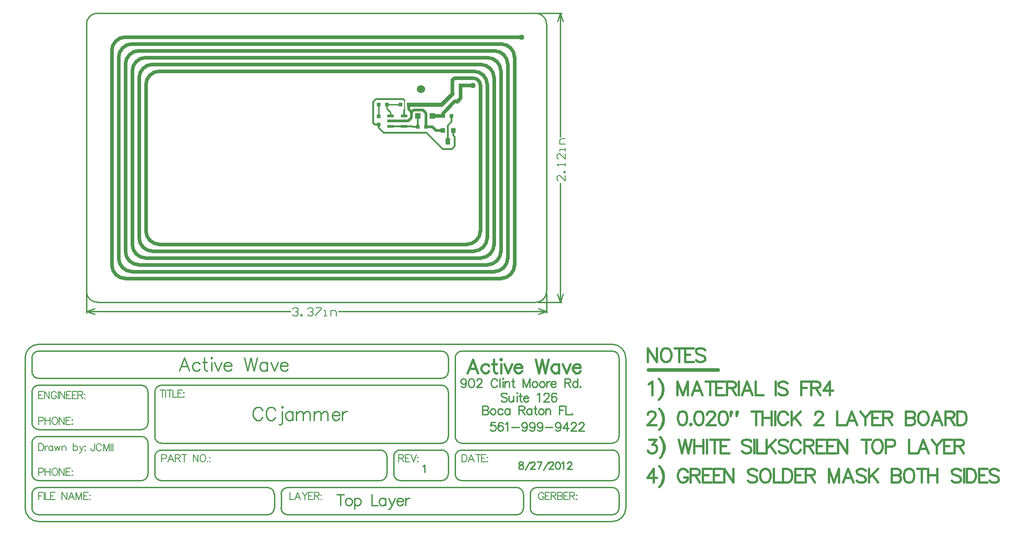
<source format=gtl>
%FSLAX25Y25*%
%MOIN*%
G70*
G01*
G75*
G04 Layer_Physical_Order=1*
G04 Layer_Color=255*
%ADD10C,0.02500*%
%ADD11C,0.06000*%
%ADD12R,0.03000X0.03000*%
%ADD13R,0.05000X0.02000*%
%ADD14R,0.03000X0.03000*%
%ADD15R,0.03600X0.05000*%
%ADD16R,0.03600X0.03600*%
%ADD17R,0.03937X0.03937*%
%ADD18C,0.02000*%
%ADD19C,0.01200*%
%ADD20C,0.01000*%
%ADD21C,0.00800*%
%ADD22C,0.03000*%
%ADD23C,0.00600*%
%ADD24C,0.00900*%
%ADD25C,0.01500*%
%ADD26C,0.00500*%
%ADD27C,0.04000*%
D10*
X28500Y194500D02*
G03*
X18500Y184500I0J-10000D01*
G01*
Y27500D02*
G03*
X28500Y17500I10000J0D01*
G01*
X303500D02*
G03*
X313500Y27500I0J10000D01*
G01*
Y179500D02*
G03*
X303500Y189500I-10000J0D01*
G01*
X33500D02*
G03*
X23500Y179500I0J-10000D01*
G01*
Y32500D02*
G03*
X33500Y22500I10000J0D01*
G01*
X298500D02*
G03*
X308500Y32500I0J10000D01*
G01*
Y174500D02*
G03*
X298500Y184500I-10000J0D01*
G01*
X38500D02*
G03*
X28500Y174500I0J-10000D01*
G01*
Y37500D02*
G03*
X38500Y27500I10000J0D01*
G01*
X293500D02*
G03*
X303500Y37500I0J10000D01*
G01*
Y169500D02*
G03*
X293500Y179500I-10000J0D01*
G01*
X43500D02*
G03*
X33500Y169500I0J-10000D01*
G01*
Y42500D02*
G03*
X43500Y32500I10000J0D01*
G01*
X288500D02*
G03*
X298500Y42500I0J10000D01*
G01*
Y164500D02*
G03*
X288500Y174500I-10000J0D01*
G01*
X48500D02*
G03*
X38500Y164500I0J-10000D01*
G01*
Y47500D02*
G03*
X48500Y37500I10000J0D01*
G01*
X283500D02*
G03*
X293500Y47500I0J10000D01*
G01*
Y159500D02*
G03*
X283500Y169500I-10000J0D01*
G01*
X288500Y159000D02*
G03*
X283000Y164500I-5500J0D01*
G01*
X278500Y42500D02*
G03*
X288500Y52500I0J10000D01*
G01*
X43500D02*
G03*
X53500Y42500I10000J0D01*
G01*
Y169500D02*
G03*
X43500Y159500I0J-10000D01*
G01*
X253315Y136700D02*
X253415Y136800D01*
X261200D01*
X28500Y194500D02*
X318500D01*
X18500Y27500D02*
Y184500D01*
X28500Y17500D02*
X303500D01*
X313500Y27500D02*
Y179500D01*
X33500Y189500D02*
X303500D01*
X23500Y32500D02*
Y179500D01*
X33500Y22500D02*
X298500D01*
X308500Y32500D02*
Y174500D01*
X38500Y184500D02*
X298500D01*
X28500Y37500D02*
Y174500D01*
X38500Y27500D02*
X293500D01*
X303500Y37500D02*
Y169500D01*
X43500Y179500D02*
X293500D01*
X33500Y42500D02*
Y169500D01*
X43500Y32500D02*
X288500D01*
X298500Y42500D02*
Y164500D01*
X48500Y174500D02*
X288500D01*
X38500Y47500D02*
Y164500D01*
X48500Y37500D02*
X283500D01*
X293500Y47500D02*
Y159500D01*
X266000Y169500D02*
X283500D01*
X72500D02*
X266000D01*
X288500Y52500D02*
Y159000D01*
X269500Y164500D02*
X283000D01*
X53500Y42500D02*
X278500D01*
X43500Y52500D02*
Y159500D01*
X53500Y169500D02*
X72500D01*
X271577Y147177D02*
X274000Y149600D01*
X261200Y136800D02*
Y138700D01*
X269734Y147234D02*
X271519D01*
X261200Y138700D02*
X269734Y147234D01*
X274000Y149600D02*
Y153000D01*
Y159000D01*
X268000Y153000D02*
Y159000D01*
Y163000D01*
X269500Y164500D01*
X274000Y159000D02*
X283000D01*
X411800Y-49700D02*
X462800D01*
D11*
X245000Y156500D02*
D03*
D12*
X214100Y130200D02*
D03*
Y136200D02*
D03*
D13*
X222600Y129150D02*
D03*
Y132950D02*
D03*
X232600Y129150D02*
D03*
X222600Y136650D02*
D03*
X232600D02*
D03*
D14*
X274000Y153000D02*
D03*
X268000D02*
D03*
X274000Y159000D02*
D03*
X268000D02*
D03*
X242600Y128600D02*
D03*
X248600D02*
D03*
X229900Y145000D02*
D03*
X235900D02*
D03*
X261200Y136800D02*
D03*
X267200D02*
D03*
X214100Y144900D02*
D03*
X220100D02*
D03*
D15*
X264750Y117900D02*
D03*
D16*
X261050Y125900D02*
D03*
X268550D02*
D03*
D17*
X242685Y136700D02*
D03*
X253315D02*
D03*
D18*
X260950Y126000D02*
X261050Y125900D01*
X256000Y126000D02*
X260950D01*
X253400Y128600D02*
X256000Y126000D01*
X248600Y128600D02*
X253400D01*
X248600D02*
Y138600D01*
X239500Y141000D02*
X246200D01*
X238000Y139500D02*
X239500Y141000D01*
X246200D02*
X248600Y138600D01*
X235900Y141600D02*
Y145000D01*
Y141600D02*
X238000Y139500D01*
X248500Y128700D02*
X248600Y128600D01*
X222600Y132950D02*
X235450D01*
X261050Y136650D02*
X261200Y136800D01*
X238000Y135500D02*
Y139500D01*
X235500Y133000D02*
X238000Y135500D01*
D19*
X249000Y124500D02*
X261000Y112500D01*
X217500Y124500D02*
X249000D01*
X232600Y136650D02*
Y141100D01*
X210000Y131500D02*
X211300Y130200D01*
X232000Y149000D02*
X233000Y148000D01*
X212000Y149000D02*
X232000D01*
X210000Y147000D02*
X212000Y149000D01*
X210000Y131500D02*
Y147000D01*
X211300Y130200D02*
X214100D01*
X261000Y112500D02*
X267500D01*
X214100Y127900D02*
X217500Y124500D01*
X214100Y127900D02*
Y130200D01*
X232600Y141100D02*
X233000Y141500D01*
X232600Y129150D02*
X232750Y129000D01*
X238500D01*
X238900Y128600D01*
X242600D01*
X242685Y128685D01*
Y136700D01*
X264750Y129750D02*
X267200Y132200D01*
X264750Y117900D02*
Y129750D01*
X222600Y129150D02*
X232600D01*
X267500Y112500D02*
X269500Y114500D01*
Y121500D01*
X268500Y122500D02*
X269500Y121500D01*
X268500Y122500D02*
Y125850D01*
X267200Y132200D02*
Y136800D01*
X242500Y136515D02*
X242685Y136700D01*
D20*
X220100Y141900D02*
X222600Y139400D01*
Y136650D02*
Y139400D01*
X220100Y141900D02*
Y144900D01*
X214100Y136200D02*
Y144900D01*
X220100D02*
X220200Y145000D01*
X229900D01*
X235450Y132950D02*
X235500Y133000D01*
X185966Y-140902D02*
Y-148900D01*
X183300Y-140902D02*
X188632D01*
X191489Y-143568D02*
X190727Y-143949D01*
X189965Y-144710D01*
X189584Y-145853D01*
Y-146615D01*
X189965Y-147757D01*
X190727Y-148519D01*
X191489Y-148900D01*
X192631D01*
X193393Y-148519D01*
X194155Y-147757D01*
X194536Y-146615D01*
Y-145853D01*
X194155Y-144710D01*
X193393Y-143949D01*
X192631Y-143568D01*
X191489D01*
X196288D02*
Y-151566D01*
Y-144710D02*
X197049Y-143949D01*
X197811Y-143568D01*
X198954D01*
X199715Y-143949D01*
X200477Y-144710D01*
X200858Y-145853D01*
Y-146615D01*
X200477Y-147757D01*
X199715Y-148519D01*
X198954Y-148900D01*
X197811D01*
X197049Y-148519D01*
X196288Y-147757D01*
X208856Y-140902D02*
Y-148900D01*
X213427D01*
X218873Y-143568D02*
Y-148900D01*
Y-144710D02*
X218112Y-143949D01*
X217350Y-143568D01*
X216207D01*
X215445Y-143949D01*
X214684Y-144710D01*
X214303Y-145853D01*
Y-146615D01*
X214684Y-147757D01*
X215445Y-148519D01*
X216207Y-148900D01*
X217350D01*
X218112Y-148519D01*
X218873Y-147757D01*
X221387Y-143568D02*
X223672Y-148900D01*
X225957Y-143568D02*
X223672Y-148900D01*
X222911Y-150424D01*
X222149Y-151185D01*
X221387Y-151566D01*
X221006D01*
X227291Y-145853D02*
X231861D01*
Y-145091D01*
X231480Y-144330D01*
X231099Y-143949D01*
X230338Y-143568D01*
X229195D01*
X228433Y-143949D01*
X227672Y-144710D01*
X227291Y-145853D01*
Y-146615D01*
X227672Y-147757D01*
X228433Y-148519D01*
X229195Y-148900D01*
X230338D01*
X231099Y-148519D01*
X231861Y-147757D01*
X233575Y-143568D02*
Y-148900D01*
Y-145853D02*
X233956Y-144710D01*
X234718Y-143949D01*
X235479Y-143568D01*
X236622D01*
X330484Y212016D02*
X348000D01*
X330484Y-16D02*
X348000D01*
X347000Y121495D02*
Y212016D01*
Y-16D02*
Y87305D01*
X345000Y206016D02*
X347000Y212016D01*
X349000Y206016D01*
X347000Y-16D02*
X349000Y5984D01*
X345000D02*
X347000Y-16D01*
X337000Y-7500D02*
Y6500D01*
X0Y-7500D02*
Y6500D01*
X184495Y-6500D02*
X337000D01*
X0D02*
X149305D01*
X331000Y-4500D02*
X337000Y-6500D01*
X331000Y-8500D02*
X337000Y-6500D01*
X0D02*
X6000Y-8500D01*
X0Y-6500D02*
X6000Y-4500D01*
X0Y8000D02*
G03*
X8016Y-16I8016J0D01*
G01*
X8000Y212000D02*
G03*
X-16Y203984I0J-8016D01*
G01*
X337000Y204000D02*
G03*
X328984Y212016I-8016J0D01*
G01*
Y-16D02*
G03*
X337000Y8000I0J8016D01*
G01*
X8016Y0D02*
X328984Y-16D01*
X0Y8000D02*
Y203984D01*
X337000Y8000D02*
Y204000D01*
X8000Y212000D02*
X328984Y212016D01*
X137502Y-140794D02*
G03*
X132501Y-135794I-5000J0D01*
G01*
X132618Y-155794D02*
G03*
X137499Y-150827I84J4800D01*
G01*
X147502Y-135794D02*
G03*
X142501Y-140794I0J-5000D01*
G01*
Y-150794D02*
G03*
X147414Y-155793I5000J0D01*
G01*
X320002Y-140794D02*
G03*
X315002Y-135794I-5000J0D01*
G01*
X315118Y-155794D02*
G03*
X320000Y-150827I84J4800D01*
G01*
X325002Y-150894D02*
G03*
X329987Y-155793I4900J0D01*
G01*
X330001Y-135794D02*
G03*
X325002Y-140794I0J-5000D01*
G01*
X45002Y-65694D02*
G03*
X40102Y-60794I-4900J0D01*
G01*
X40202Y-93294D02*
G03*
X45002Y-88494I0J4800D01*
G01*
Y-103194D02*
G03*
X39930Y-98297I-4900J0D01*
G01*
X50002Y-98394D02*
G03*
X54901Y-103294I4900J0D01*
G01*
X50002Y-125894D02*
G03*
X54901Y-130794I4900J0D01*
G01*
X40102D02*
G03*
X45002Y-125894I0J4900D01*
G01*
X220002Y-113194D02*
G03*
X215102Y-108294I-4900J0D01*
G01*
Y-130794D02*
G03*
X220001Y-125809I0J4900D01*
G01*
X225002Y-125694D02*
G03*
X230012Y-130793I5100J0D01*
G01*
X229802Y-108294D02*
G03*
X225008Y-113345I0J-4800D01*
G01*
X55001Y-108294D02*
G03*
X50002Y-113294I0J-5000D01*
G01*
X55001Y-60794D02*
G03*
X50001Y-65794I0J-5000D01*
G01*
X-39998Y-125794D02*
G03*
X-35086Y-130793I5000J0D01*
G01*
X-34999Y-98294D02*
G03*
X-39998Y-103294I0J-5000D01*
G01*
Y-88294D02*
G03*
X-34999Y-93294I5000J0D01*
G01*
Y-60794D02*
G03*
X-39998Y-65794I0J-5000D01*
G01*
Y-50794D02*
G03*
X-34999Y-55794I5000J0D01*
G01*
Y-35794D02*
G03*
X-39998Y-40794I0J-5000D01*
G01*
X265002D02*
G03*
X260001Y-35794I-5000J0D01*
G01*
X275002D02*
G03*
X270002Y-40794I0J-5000D01*
G01*
X260001Y-55794D02*
G03*
X265002Y-50794I0J5000D01*
G01*
Y-65794D02*
G03*
X260001Y-60794I-5000J0D01*
G01*
X-34999Y-135794D02*
G03*
X-39998Y-140794I0J-5000D01*
G01*
X260089Y-103294D02*
G03*
X265002Y-98294I-87J5000D01*
G01*
X-39998Y-150794D02*
G03*
X-35086Y-155793I5000J0D01*
G01*
X265002Y-113194D02*
G03*
X260102Y-108294I-4900J0D01*
G01*
X270002Y-125894D02*
G03*
X274987Y-130793I4900J0D01*
G01*
X260001Y-130794D02*
G03*
X265002Y-125794I0J5000D01*
G01*
X385001Y-155794D02*
G03*
X390002Y-150794I0J5000D01*
G01*
X390002Y-140707D02*
G03*
X385001Y-135793I-5000J-87D01*
G01*
Y-130794D02*
G03*
X390002Y-125794I0J5000D01*
G01*
Y-40694D02*
G03*
X384930Y-35797I-4900J0D01*
G01*
X395002Y-40794D02*
G03*
X385001Y-30794I-10000J0D01*
G01*
Y-160794D02*
G03*
X395002Y-150794I0J10000D01*
G01*
X-44998Y-150694D02*
G03*
X-35075Y-160793I10100J0D01*
G01*
X-34999Y-30794D02*
G03*
X-44998Y-40794I0J-10000D01*
G01*
X270002Y-98294D02*
G03*
X275002Y-103294I5000J0D01*
G01*
X385001D02*
G03*
X390002Y-98294I0J5000D01*
G01*
X275002Y-108294D02*
G03*
X270002Y-113294I0J-5000D01*
G01*
X390002Y-113194D02*
G03*
X385102Y-108294I-4900J0D01*
G01*
X147502Y-155794D02*
X315002D01*
X-34999D02*
X132501D01*
X-34999Y-135794D02*
X132501D01*
X147502D02*
X315002D01*
X330001Y-155794D02*
X385001D01*
X330001Y-135794D02*
X385001D01*
X-34999Y-35794D02*
X260001D01*
X-34999Y-160794D02*
X385001D01*
X-34999Y-30794D02*
X385001D01*
X-34999Y-130794D02*
X40001D01*
X-34999Y-98294D02*
X40001D01*
X-34999Y-93294D02*
X40001D01*
X-34999Y-60794D02*
X40001D01*
X-34999Y-55794D02*
X260001D01*
X55001Y-60794D02*
X260001D01*
X55001Y-108294D02*
X215002D01*
X55001Y-130794D02*
X215002D01*
X230001D02*
X260001D01*
X230001Y-108294D02*
X260001D01*
X275002Y-130794D02*
X385001D01*
X275002Y-35794D02*
X385001D01*
X55001Y-103294D02*
X260001D01*
X275002D02*
X385001D01*
X275002Y-108294D02*
X385001D01*
X137502Y-150794D02*
Y-140794D01*
X142501Y-150794D02*
Y-140794D01*
X320002Y-150794D02*
Y-140794D01*
X325002Y-150794D02*
Y-140794D01*
X395002Y-150794D02*
Y-40794D01*
X-39998Y-125794D02*
Y-103294D01*
X45002Y-125794D02*
Y-103294D01*
X-39998Y-88294D02*
Y-65794D01*
X45002Y-88294D02*
Y-65794D01*
X-39998Y-50794D02*
Y-40794D01*
X265002Y-50794D02*
Y-40794D01*
Y-98294D02*
Y-65794D01*
X50002Y-98294D02*
Y-65794D01*
X220002Y-125794D02*
Y-113294D01*
X50002Y-125794D02*
Y-113294D01*
X225002Y-125794D02*
Y-113294D01*
X265002Y-125794D02*
Y-113294D01*
X390002Y-150794D02*
Y-140794D01*
X-39998Y-150794D02*
Y-140794D01*
X-44998Y-150794D02*
Y-40794D01*
X270002Y-98294D02*
Y-40794D01*
X390002Y-98294D02*
Y-40794D01*
X270002Y-125794D02*
Y-113294D01*
X390002Y-125794D02*
Y-113194D01*
X307875Y-67392D02*
X307266Y-66782D01*
X306352Y-66478D01*
X305133D01*
X304219Y-66782D01*
X303609Y-67392D01*
Y-68001D01*
X303914Y-68611D01*
X304219Y-68915D01*
X304828Y-69220D01*
X306656Y-69829D01*
X307266Y-70134D01*
X307571Y-70439D01*
X307875Y-71048D01*
Y-71962D01*
X307266Y-72572D01*
X306352Y-72876D01*
X305133D01*
X304219Y-72572D01*
X303609Y-71962D01*
X309307Y-68611D02*
Y-71658D01*
X309612Y-72572D01*
X310221Y-72876D01*
X311136D01*
X311745Y-72572D01*
X312659Y-71658D01*
Y-68611D02*
Y-72876D01*
X314944Y-66478D02*
X315249Y-66782D01*
X315554Y-66478D01*
X315249Y-66173D01*
X314944Y-66478D01*
X315249Y-68611D02*
Y-72876D01*
X317595Y-66478D02*
Y-71658D01*
X317900Y-72572D01*
X318509Y-72876D01*
X319118D01*
X316681Y-68611D02*
X318814D01*
X320033Y-70439D02*
X323689D01*
Y-69829D01*
X323384Y-69220D01*
X323080Y-68915D01*
X322470Y-68611D01*
X321556D01*
X320947Y-68915D01*
X320337Y-69525D01*
X320033Y-70439D01*
Y-71048D01*
X320337Y-71962D01*
X320947Y-72572D01*
X321556Y-72876D01*
X322470D01*
X323080Y-72572D01*
X323689Y-71962D01*
X330088Y-67696D02*
X330697Y-67392D01*
X331611Y-66478D01*
Y-72876D01*
X335085Y-68001D02*
Y-67696D01*
X335389Y-67087D01*
X335694Y-66782D01*
X336303Y-66478D01*
X337522D01*
X338132Y-66782D01*
X338436Y-67087D01*
X338741Y-67696D01*
Y-68306D01*
X338436Y-68915D01*
X337827Y-69829D01*
X334780Y-72876D01*
X339046D01*
X344134Y-67392D02*
X343829Y-66782D01*
X342915Y-66478D01*
X342306D01*
X341392Y-66782D01*
X340782Y-67696D01*
X340478Y-69220D01*
Y-70744D01*
X340782Y-71962D01*
X341392Y-72572D01*
X342306Y-72876D01*
X342611D01*
X343525Y-72572D01*
X344134Y-71962D01*
X344439Y-71048D01*
Y-70744D01*
X344134Y-69829D01*
X343525Y-69220D01*
X342611Y-68915D01*
X342306D01*
X341392Y-69220D01*
X340782Y-69829D01*
X340478Y-70744D01*
X299266Y-87978D02*
X296219D01*
X295914Y-90720D01*
X296219Y-90415D01*
X297133Y-90111D01*
X298047D01*
X298961Y-90415D01*
X299570Y-91025D01*
X299875Y-91939D01*
Y-92548D01*
X299570Y-93462D01*
X298961Y-94072D01*
X298047Y-94376D01*
X297133D01*
X296219Y-94072D01*
X295914Y-93767D01*
X295609Y-93158D01*
X304964Y-88892D02*
X304659Y-88282D01*
X303745Y-87978D01*
X303135D01*
X302221Y-88282D01*
X301612Y-89196D01*
X301307Y-90720D01*
Y-92243D01*
X301612Y-93462D01*
X302221Y-94072D01*
X303135Y-94376D01*
X303440D01*
X304354Y-94072D01*
X304964Y-93462D01*
X305268Y-92548D01*
Y-92243D01*
X304964Y-91329D01*
X304354Y-90720D01*
X303440Y-90415D01*
X303135D01*
X302221Y-90720D01*
X301612Y-91329D01*
X301307Y-92243D01*
X306670Y-89196D02*
X307279Y-88892D01*
X308193Y-87978D01*
Y-94376D01*
X311362Y-91634D02*
X316847D01*
X322697Y-90111D02*
X322392Y-91025D01*
X321783Y-91634D01*
X320869Y-91939D01*
X320564D01*
X319650Y-91634D01*
X319041Y-91025D01*
X318736Y-90111D01*
Y-89806D01*
X319041Y-88892D01*
X319650Y-88282D01*
X320564Y-87978D01*
X320869D01*
X321783Y-88282D01*
X322392Y-88892D01*
X322697Y-90111D01*
Y-91634D01*
X322392Y-93158D01*
X321783Y-94072D01*
X320869Y-94376D01*
X320259D01*
X319345Y-94072D01*
X319041Y-93462D01*
X328395Y-90111D02*
X328090Y-91025D01*
X327481Y-91634D01*
X326567Y-91939D01*
X326262D01*
X325348Y-91634D01*
X324739Y-91025D01*
X324434Y-90111D01*
Y-89806D01*
X324739Y-88892D01*
X325348Y-88282D01*
X326262Y-87978D01*
X326567D01*
X327481Y-88282D01*
X328090Y-88892D01*
X328395Y-90111D01*
Y-91634D01*
X328090Y-93158D01*
X327481Y-94072D01*
X326567Y-94376D01*
X325957D01*
X325043Y-94072D01*
X324739Y-93462D01*
X334093Y-90111D02*
X333788Y-91025D01*
X333179Y-91634D01*
X332264Y-91939D01*
X331960D01*
X331046Y-91634D01*
X330436Y-91025D01*
X330132Y-90111D01*
Y-89806D01*
X330436Y-88892D01*
X331046Y-88282D01*
X331960Y-87978D01*
X332264D01*
X333179Y-88282D01*
X333788Y-88892D01*
X334093Y-90111D01*
Y-91634D01*
X333788Y-93158D01*
X333179Y-94072D01*
X332264Y-94376D01*
X331655D01*
X330741Y-94072D01*
X330436Y-93462D01*
X335829Y-91634D02*
X341314D01*
X347164Y-90111D02*
X346860Y-91025D01*
X346250Y-91634D01*
X345336Y-91939D01*
X345031D01*
X344117Y-91634D01*
X343508Y-91025D01*
X343203Y-90111D01*
Y-89806D01*
X343508Y-88892D01*
X344117Y-88282D01*
X345031Y-87978D01*
X345336D01*
X346250Y-88282D01*
X346860Y-88892D01*
X347164Y-90111D01*
Y-91634D01*
X346860Y-93158D01*
X346250Y-94072D01*
X345336Y-94376D01*
X344727D01*
X343812Y-94072D01*
X343508Y-93462D01*
X351948Y-87978D02*
X348901Y-92243D01*
X353471D01*
X351948Y-87978D02*
Y-94376D01*
X354904Y-89501D02*
Y-89196D01*
X355208Y-88587D01*
X355513Y-88282D01*
X356122Y-87978D01*
X357341D01*
X357950Y-88282D01*
X358255Y-88587D01*
X358560Y-89196D01*
Y-89806D01*
X358255Y-90415D01*
X357646Y-91329D01*
X354599Y-94376D01*
X358864D01*
X360601Y-89501D02*
Y-89196D01*
X360906Y-88587D01*
X361211Y-88282D01*
X361820Y-87978D01*
X363039D01*
X363648Y-88282D01*
X363953Y-88587D01*
X364258Y-89196D01*
Y-89806D01*
X363953Y-90415D01*
X363344Y-91329D01*
X360297Y-94376D01*
X364562D01*
X278070Y-58111D02*
X277766Y-59025D01*
X277156Y-59634D01*
X276242Y-59939D01*
X275938D01*
X275024Y-59634D01*
X274414Y-59025D01*
X274110Y-58111D01*
Y-57806D01*
X274414Y-56892D01*
X275024Y-56282D01*
X275938Y-55978D01*
X276242D01*
X277156Y-56282D01*
X277766Y-56892D01*
X278070Y-58111D01*
Y-59634D01*
X277766Y-61158D01*
X277156Y-62072D01*
X276242Y-62376D01*
X275633D01*
X274719Y-62072D01*
X274414Y-61462D01*
X281635Y-55978D02*
X280721Y-56282D01*
X280112Y-57196D01*
X279807Y-58720D01*
Y-59634D01*
X280112Y-61158D01*
X280721Y-62072D01*
X281635Y-62376D01*
X282245D01*
X283159Y-62072D01*
X283768Y-61158D01*
X284073Y-59634D01*
Y-58720D01*
X283768Y-57196D01*
X283159Y-56282D01*
X282245Y-55978D01*
X281635D01*
X285810Y-57501D02*
Y-57196D01*
X286115Y-56587D01*
X286419Y-56282D01*
X287029Y-55978D01*
X288247D01*
X288857Y-56282D01*
X289161Y-56587D01*
X289466Y-57196D01*
Y-57806D01*
X289161Y-58415D01*
X288552Y-59329D01*
X285505Y-62376D01*
X289771D01*
X300801Y-57501D02*
X300496Y-56892D01*
X299887Y-56282D01*
X299277Y-55978D01*
X298059D01*
X297449Y-56282D01*
X296840Y-56892D01*
X296535Y-57501D01*
X296231Y-58415D01*
Y-59939D01*
X296535Y-60853D01*
X296840Y-61462D01*
X297449Y-62072D01*
X298059Y-62376D01*
X299277D01*
X299887Y-62072D01*
X300496Y-61462D01*
X300801Y-60853D01*
X302599Y-55978D02*
Y-62376D01*
X304549Y-55978D02*
X304853Y-56282D01*
X305158Y-55978D01*
X304853Y-55673D01*
X304549Y-55978D01*
X304853Y-58111D02*
Y-62376D01*
X306285Y-58111D02*
Y-62376D01*
Y-59329D02*
X307200Y-58415D01*
X307809Y-58111D01*
X308723D01*
X309332Y-58415D01*
X309637Y-59329D01*
Y-62376D01*
X312227Y-55978D02*
Y-61158D01*
X312532Y-62072D01*
X313141Y-62376D01*
X313751D01*
X311313Y-58111D02*
X313446D01*
X319692Y-55978D02*
Y-62376D01*
Y-55978D02*
X322130Y-62376D01*
X324567Y-55978D02*
X322130Y-62376D01*
X324567Y-55978D02*
Y-62376D01*
X327919Y-58111D02*
X327309Y-58415D01*
X326700Y-59025D01*
X326395Y-59939D01*
Y-60548D01*
X326700Y-61462D01*
X327309Y-62072D01*
X327919Y-62376D01*
X328833D01*
X329442Y-62072D01*
X330052Y-61462D01*
X330357Y-60548D01*
Y-59939D01*
X330052Y-59025D01*
X329442Y-58415D01*
X328833Y-58111D01*
X327919D01*
X333282D02*
X332672Y-58415D01*
X332063Y-59025D01*
X331758Y-59939D01*
Y-60548D01*
X332063Y-61462D01*
X332672Y-62072D01*
X333282Y-62376D01*
X334196D01*
X334805Y-62072D01*
X335414Y-61462D01*
X335719Y-60548D01*
Y-59939D01*
X335414Y-59025D01*
X334805Y-58415D01*
X334196Y-58111D01*
X333282D01*
X337121D02*
Y-62376D01*
Y-59939D02*
X337425Y-59025D01*
X338035Y-58415D01*
X338644Y-58111D01*
X339558D01*
X340137Y-59939D02*
X343794D01*
Y-59329D01*
X343489Y-58720D01*
X343184Y-58415D01*
X342575Y-58111D01*
X341661D01*
X341051Y-58415D01*
X340442Y-59025D01*
X340137Y-59939D01*
Y-60548D01*
X340442Y-61462D01*
X341051Y-62072D01*
X341661Y-62376D01*
X342575D01*
X343184Y-62072D01*
X343794Y-61462D01*
X350192Y-55978D02*
Y-62376D01*
Y-55978D02*
X352935D01*
X353849Y-56282D01*
X354153Y-56587D01*
X354458Y-57196D01*
Y-57806D01*
X354153Y-58415D01*
X353849Y-58720D01*
X352935Y-59025D01*
X350192D01*
X352325D02*
X354458Y-62376D01*
X359546Y-55978D02*
Y-62376D01*
Y-59025D02*
X358937Y-58415D01*
X358328Y-58111D01*
X357414D01*
X356804Y-58415D01*
X356195Y-59025D01*
X355890Y-59939D01*
Y-60548D01*
X356195Y-61462D01*
X356804Y-62072D01*
X357414Y-62376D01*
X358328D01*
X358937Y-62072D01*
X359546Y-61462D01*
X361557Y-61767D02*
X361253Y-62072D01*
X361557Y-62376D01*
X361862Y-62072D01*
X361557Y-61767D01*
X290109Y-75978D02*
Y-82376D01*
Y-75978D02*
X292852D01*
X293766Y-76282D01*
X294071Y-76587D01*
X294375Y-77197D01*
Y-77806D01*
X294071Y-78415D01*
X293766Y-78720D01*
X292852Y-79025D01*
X290109D02*
X292852D01*
X293766Y-79329D01*
X294071Y-79634D01*
X294375Y-80243D01*
Y-81158D01*
X294071Y-81767D01*
X293766Y-82072D01*
X292852Y-82376D01*
X290109D01*
X297331Y-78111D02*
X296721Y-78415D01*
X296112Y-79025D01*
X295807Y-79939D01*
Y-80548D01*
X296112Y-81462D01*
X296721Y-82072D01*
X297331Y-82376D01*
X298245D01*
X298854Y-82072D01*
X299464Y-81462D01*
X299768Y-80548D01*
Y-79939D01*
X299464Y-79025D01*
X298854Y-78415D01*
X298245Y-78111D01*
X297331D01*
X304826Y-79025D02*
X304217Y-78415D01*
X303608Y-78111D01*
X302693D01*
X302084Y-78415D01*
X301475Y-79025D01*
X301170Y-79939D01*
Y-80548D01*
X301475Y-81462D01*
X302084Y-82072D01*
X302693Y-82376D01*
X303608D01*
X304217Y-82072D01*
X304826Y-81462D01*
X309854Y-78111D02*
Y-82376D01*
Y-79025D02*
X309244Y-78415D01*
X308635Y-78111D01*
X307721D01*
X307112Y-78415D01*
X306502Y-79025D01*
X306197Y-79939D01*
Y-80548D01*
X306502Y-81462D01*
X307112Y-82072D01*
X307721Y-82376D01*
X308635D01*
X309244Y-82072D01*
X309854Y-81462D01*
X316588Y-75978D02*
Y-82376D01*
Y-75978D02*
X319330D01*
X320244Y-76282D01*
X320549Y-76587D01*
X320853Y-77197D01*
Y-77806D01*
X320549Y-78415D01*
X320244Y-78720D01*
X319330Y-79025D01*
X316588D01*
X318721D02*
X320853Y-82376D01*
X325942Y-78111D02*
Y-82376D01*
Y-79025D02*
X325332Y-78415D01*
X324723Y-78111D01*
X323809D01*
X323200Y-78415D01*
X322590Y-79025D01*
X322285Y-79939D01*
Y-80548D01*
X322590Y-81462D01*
X323200Y-82072D01*
X323809Y-82376D01*
X324723D01*
X325332Y-82072D01*
X325942Y-81462D01*
X328562Y-75978D02*
Y-81158D01*
X328867Y-82072D01*
X329476Y-82376D01*
X330086D01*
X327648Y-78111D02*
X329781D01*
X332523D02*
X331914Y-78415D01*
X331304Y-79025D01*
X331000Y-79939D01*
Y-80548D01*
X331304Y-81462D01*
X331914Y-82072D01*
X332523Y-82376D01*
X333437D01*
X334047Y-82072D01*
X334656Y-81462D01*
X334961Y-80548D01*
Y-79939D01*
X334656Y-79025D01*
X334047Y-78415D01*
X333437Y-78111D01*
X332523D01*
X336362D02*
Y-82376D01*
Y-79329D02*
X337277Y-78415D01*
X337886Y-78111D01*
X338800D01*
X339409Y-78415D01*
X339714Y-79329D01*
Y-82376D01*
X346417Y-75978D02*
Y-82376D01*
Y-75978D02*
X350378D01*
X346417Y-79025D02*
X348855D01*
X351110Y-75978D02*
Y-82376D01*
X354766D01*
X355772Y-81767D02*
X355467Y-82072D01*
X355772Y-82376D01*
X356076Y-82072D01*
X355772Y-81767D01*
D21*
X233000Y141500D02*
Y148000D01*
X5837Y-103568D02*
Y-107630D01*
X5583Y-108392D01*
X5329Y-108646D01*
X4821Y-108900D01*
X4314D01*
X3806Y-108646D01*
X3552Y-108392D01*
X3298Y-107630D01*
Y-107122D01*
X11017Y-104837D02*
X10763Y-104329D01*
X10255Y-103821D01*
X9747Y-103568D01*
X8732D01*
X8224Y-103821D01*
X7716Y-104329D01*
X7462Y-104837D01*
X7208Y-105599D01*
Y-106868D01*
X7462Y-107630D01*
X7716Y-108138D01*
X8224Y-108646D01*
X8732Y-108900D01*
X9747D01*
X10255Y-108646D01*
X10763Y-108138D01*
X11017Y-107630D01*
X12515Y-103568D02*
Y-108900D01*
Y-103568D02*
X14547Y-108900D01*
X16578Y-103568D02*
X14547Y-108900D01*
X16578Y-103568D02*
Y-108900D01*
X18101Y-103568D02*
Y-108900D01*
X19218Y-103568D02*
Y-108900D01*
D22*
X235900Y145000D02*
X260000D01*
X268000Y153000D01*
D23*
X350599Y92904D02*
Y88905D01*
X346600Y92904D01*
X345601D01*
X344601Y91904D01*
Y89905D01*
X345601Y88905D01*
X350599Y94903D02*
X349599D01*
Y95903D01*
X350599D01*
Y94903D01*
Y99901D02*
Y101901D01*
Y100901D01*
X344601D01*
X345601Y99901D01*
X350599Y108898D02*
Y104900D01*
X346600Y108898D01*
X345601D01*
X344601Y107899D01*
Y105900D01*
X345601Y104900D01*
X350599Y110898D02*
Y112897D01*
Y111898D01*
X346600D01*
Y110898D01*
X350599Y115896D02*
X346600D01*
Y118895D01*
X347600Y119895D01*
X350599D01*
X150905Y-5101D02*
X151905Y-4101D01*
X153904D01*
X154904Y-5101D01*
Y-6100D01*
X153904Y-7100D01*
X152904D01*
X153904D01*
X154904Y-8100D01*
Y-9099D01*
X153904Y-10099D01*
X151905D01*
X150905Y-9099D01*
X156903Y-10099D02*
Y-9099D01*
X157903D01*
Y-10099D01*
X156903D01*
X161902Y-5101D02*
X162901Y-4101D01*
X164901D01*
X165900Y-5101D01*
Y-6100D01*
X164901Y-7100D01*
X163901D01*
X164901D01*
X165900Y-8100D01*
Y-9099D01*
X164901Y-10099D01*
X162901D01*
X161902Y-9099D01*
X167900Y-4101D02*
X171898D01*
Y-5101D01*
X167900Y-9099D01*
Y-10099D01*
X173898D02*
X175897D01*
X174897D01*
Y-6100D01*
X173898D01*
X178896Y-10099D02*
Y-6100D01*
X181895D01*
X182895Y-7100D01*
Y-10099D01*
D24*
X317748Y-117008D02*
X316986Y-117262D01*
X316733Y-117770D01*
Y-118277D01*
X316986Y-118785D01*
X317494Y-119039D01*
X318510Y-119293D01*
X319272Y-119547D01*
X319779Y-120055D01*
X320033Y-120563D01*
Y-121324D01*
X319779Y-121832D01*
X319526Y-122086D01*
X318764Y-122340D01*
X317748D01*
X316986Y-122086D01*
X316733Y-121832D01*
X316478Y-121324D01*
Y-120563D01*
X316733Y-120055D01*
X317240Y-119547D01*
X318002Y-119293D01*
X319018Y-119039D01*
X319526Y-118785D01*
X319779Y-118277D01*
Y-117770D01*
X319526Y-117262D01*
X318764Y-117008D01*
X317748D01*
X321227Y-123102D02*
X324782Y-117008D01*
X325391Y-118277D02*
Y-118023D01*
X325645Y-117516D01*
X325899Y-117262D01*
X326407Y-117008D01*
X327422D01*
X327930Y-117262D01*
X328184Y-117516D01*
X328438Y-118023D01*
Y-118531D01*
X328184Y-119039D01*
X327676Y-119801D01*
X325137Y-122340D01*
X328692D01*
X333440Y-117008D02*
X330901Y-122340D01*
X329885Y-117008D02*
X333440D01*
X334634Y-123102D02*
X338188Y-117008D01*
X338798Y-118277D02*
Y-118023D01*
X339052Y-117516D01*
X339306Y-117262D01*
X339813Y-117008D01*
X340829D01*
X341337Y-117262D01*
X341591Y-117516D01*
X341845Y-118023D01*
Y-118531D01*
X341591Y-119039D01*
X341083Y-119801D01*
X338544Y-122340D01*
X342099D01*
X344816Y-117008D02*
X344054Y-117262D01*
X343546Y-118023D01*
X343292Y-119293D01*
Y-120055D01*
X343546Y-121324D01*
X344054Y-122086D01*
X344816Y-122340D01*
X345323D01*
X346085Y-122086D01*
X346593Y-121324D01*
X346847Y-120055D01*
Y-119293D01*
X346593Y-118023D01*
X346085Y-117262D01*
X345323Y-117008D01*
X344816D01*
X348040Y-118023D02*
X348548Y-117770D01*
X349310Y-117008D01*
Y-122340D01*
X352205Y-118277D02*
Y-118023D01*
X352459Y-117516D01*
X352712Y-117262D01*
X353220Y-117008D01*
X354236D01*
X354744Y-117262D01*
X354998Y-117516D01*
X355252Y-118023D01*
Y-118531D01*
X354998Y-119039D01*
X354490Y-119801D01*
X351951Y-122340D01*
X355506D01*
X75314Y-50294D02*
X71658Y-40696D01*
X68001Y-50294D01*
X69372Y-47095D02*
X73943D01*
X83038Y-45267D02*
X82124Y-44352D01*
X81210Y-43895D01*
X79839D01*
X78925Y-44352D01*
X78011Y-45267D01*
X77554Y-46638D01*
Y-47552D01*
X78011Y-48923D01*
X78925Y-49837D01*
X79839Y-50294D01*
X81210D01*
X82124Y-49837D01*
X83038Y-48923D01*
X86466Y-40696D02*
Y-48466D01*
X86923Y-49837D01*
X87837Y-50294D01*
X88751D01*
X85095Y-43895D02*
X88294D01*
X91036Y-40696D02*
X91493Y-41153D01*
X91951Y-40696D01*
X91493Y-40239D01*
X91036Y-40696D01*
X91493Y-43895D02*
Y-50294D01*
X93642Y-43895D02*
X96384Y-50294D01*
X99126Y-43895D02*
X96384Y-50294D01*
X100680Y-46638D02*
X106165D01*
Y-45724D01*
X105708Y-44809D01*
X105251Y-44352D01*
X104336Y-43895D01*
X102965D01*
X102051Y-44352D01*
X101137Y-45267D01*
X100680Y-46638D01*
Y-47552D01*
X101137Y-48923D01*
X102051Y-49837D01*
X102965Y-50294D01*
X104336D01*
X105251Y-49837D01*
X106165Y-48923D01*
X115763Y-40696D02*
X118048Y-50294D01*
X120333Y-40696D02*
X118048Y-50294D01*
X120333Y-40696D02*
X122618Y-50294D01*
X124904Y-40696D02*
X122618Y-50294D01*
X132308Y-43895D02*
Y-50294D01*
Y-45267D02*
X131394Y-44352D01*
X130479Y-43895D01*
X129108D01*
X128194Y-44352D01*
X127280Y-45267D01*
X126823Y-46638D01*
Y-47552D01*
X127280Y-48923D01*
X128194Y-49837D01*
X129108Y-50294D01*
X130479D01*
X131394Y-49837D01*
X132308Y-48923D01*
X134867Y-43895D02*
X137609Y-50294D01*
X140352Y-43895D02*
X137609Y-50294D01*
X141905Y-46638D02*
X147390D01*
Y-45724D01*
X146933Y-44809D01*
X146476Y-44352D01*
X145562Y-43895D01*
X144191D01*
X143277Y-44352D01*
X142363Y-45267D01*
X141905Y-46638D01*
Y-47552D01*
X142363Y-48923D01*
X143277Y-49837D01*
X144191Y-50294D01*
X145562D01*
X146476Y-49837D01*
X147390Y-48923D01*
X128856Y-79187D02*
X128399Y-78273D01*
X127485Y-77359D01*
X126570Y-76902D01*
X124742D01*
X123828Y-77359D01*
X122914Y-78273D01*
X122457Y-79187D01*
X122000Y-80558D01*
Y-82844D01*
X122457Y-84215D01*
X122914Y-85129D01*
X123828Y-86043D01*
X124742Y-86500D01*
X126570D01*
X127485Y-86043D01*
X128399Y-85129D01*
X128856Y-84215D01*
X138408Y-79187D02*
X137951Y-78273D01*
X137037Y-77359D01*
X136123Y-76902D01*
X134294D01*
X133380Y-77359D01*
X132466Y-78273D01*
X132009Y-79187D01*
X131552Y-80558D01*
Y-82844D01*
X132009Y-84215D01*
X132466Y-85129D01*
X133380Y-86043D01*
X134294Y-86500D01*
X136123D01*
X137037Y-86043D01*
X137951Y-85129D01*
X138408Y-84215D01*
X142933Y-76902D02*
X143390Y-77359D01*
X143847Y-76902D01*
X143390Y-76445D01*
X142933Y-76902D01*
X143390Y-80101D02*
Y-87871D01*
X142933Y-89242D01*
X142019Y-89699D01*
X141104D01*
X151114Y-80101D02*
Y-86500D01*
Y-81472D02*
X150200Y-80558D01*
X149286Y-80101D01*
X147914D01*
X147000Y-80558D01*
X146086Y-81472D01*
X145629Y-82844D01*
Y-83758D01*
X146086Y-85129D01*
X147000Y-86043D01*
X147914Y-86500D01*
X149286D01*
X150200Y-86043D01*
X151114Y-85129D01*
X153673Y-80101D02*
Y-86500D01*
Y-81929D02*
X155044Y-80558D01*
X155958Y-80101D01*
X157330D01*
X158244Y-80558D01*
X158701Y-81929D01*
Y-86500D01*
Y-81929D02*
X160072Y-80558D01*
X160986Y-80101D01*
X162357D01*
X163271Y-80558D01*
X163728Y-81929D01*
Y-86500D01*
X166745Y-80101D02*
Y-86500D01*
Y-81929D02*
X168116Y-80558D01*
X169030Y-80101D01*
X170401D01*
X171315Y-80558D01*
X171772Y-81929D01*
Y-86500D01*
Y-81929D02*
X173143Y-80558D01*
X174057Y-80101D01*
X175428D01*
X176343Y-80558D01*
X176800Y-81929D01*
Y-86500D01*
X179816Y-82844D02*
X185301D01*
Y-81929D01*
X184844Y-81015D01*
X184387Y-80558D01*
X183473Y-80101D01*
X182101D01*
X181187Y-80558D01*
X180273Y-81472D01*
X179816Y-82844D01*
Y-83758D01*
X180273Y-85129D01*
X181187Y-86043D01*
X182101Y-86500D01*
X183473D01*
X184387Y-86043D01*
X185301Y-85129D01*
X187357Y-80101D02*
Y-86500D01*
Y-82844D02*
X187814Y-81472D01*
X188728Y-80558D01*
X189643Y-80101D01*
X191014D01*
X246251Y-120228D02*
X246759Y-119974D01*
X247521Y-119212D01*
Y-124544D01*
D25*
X286727Y-51876D02*
X282918Y-41879D01*
X279110Y-51876D01*
X280538Y-48544D02*
X285299D01*
X294773Y-46639D02*
X293821Y-45687D01*
X292868Y-45211D01*
X291440D01*
X290488Y-45687D01*
X289536Y-46639D01*
X289060Y-48068D01*
Y-49020D01*
X289536Y-50448D01*
X290488Y-51400D01*
X291440Y-51876D01*
X292868D01*
X293821Y-51400D01*
X294773Y-50448D01*
X298343Y-41879D02*
Y-49972D01*
X298819Y-51400D01*
X299772Y-51876D01*
X300724D01*
X296915Y-45211D02*
X300248D01*
X303104Y-41879D02*
X303580Y-42355D01*
X304057Y-41879D01*
X303580Y-41402D01*
X303104Y-41879D01*
X303580Y-45211D02*
Y-51876D01*
X305818Y-45211D02*
X308675Y-51876D01*
X311531Y-45211D02*
X308675Y-51876D01*
X313150Y-48068D02*
X318863D01*
Y-47115D01*
X318387Y-46163D01*
X317911Y-45687D01*
X316958Y-45211D01*
X315530D01*
X314578Y-45687D01*
X313626Y-46639D01*
X313150Y-48068D01*
Y-49020D01*
X313626Y-50448D01*
X314578Y-51400D01*
X315530Y-51876D01*
X316958D01*
X317911Y-51400D01*
X318863Y-50448D01*
X328861Y-41879D02*
X331241Y-51876D01*
X333622Y-41879D02*
X331241Y-51876D01*
X333622Y-41879D02*
X336002Y-51876D01*
X338383Y-41879D02*
X336002Y-51876D01*
X346095Y-45211D02*
Y-51876D01*
Y-46639D02*
X345143Y-45687D01*
X344191Y-45211D01*
X342762D01*
X341810Y-45687D01*
X340858Y-46639D01*
X340382Y-48068D01*
Y-49020D01*
X340858Y-50448D01*
X341810Y-51400D01*
X342762Y-51876D01*
X344191D01*
X345143Y-51400D01*
X346095Y-50448D01*
X348761Y-45211D02*
X351618Y-51876D01*
X354474Y-45211D02*
X351618Y-51876D01*
X356093Y-48068D02*
X361806D01*
Y-47115D01*
X361330Y-46163D01*
X360854Y-45687D01*
X359902Y-45211D01*
X358473D01*
X357521Y-45687D01*
X356569Y-46639D01*
X356093Y-48068D01*
Y-49020D01*
X356569Y-50448D01*
X357521Y-51400D01*
X358473Y-51876D01*
X359902D01*
X360854Y-51400D01*
X361806Y-50448D01*
X411100Y-33602D02*
Y-43600D01*
Y-33602D02*
X417765Y-43600D01*
Y-33602D02*
Y-43600D01*
X423383Y-33602D02*
X422431Y-34078D01*
X421479Y-35030D01*
X421003Y-35983D01*
X420527Y-37411D01*
Y-39791D01*
X421003Y-41220D01*
X421479Y-42172D01*
X422431Y-43124D01*
X423383Y-43600D01*
X425287D01*
X426240Y-43124D01*
X427192Y-42172D01*
X427668Y-41220D01*
X428144Y-39791D01*
Y-37411D01*
X427668Y-35983D01*
X427192Y-35030D01*
X426240Y-34078D01*
X425287Y-33602D01*
X423383D01*
X433809D02*
Y-43600D01*
X430477Y-33602D02*
X437142D01*
X444521D02*
X438332D01*
Y-43600D01*
X444521D01*
X438332Y-38363D02*
X442141D01*
X452853Y-35030D02*
X451901Y-34078D01*
X450472Y-33602D01*
X448568D01*
X447140Y-34078D01*
X446188Y-35030D01*
Y-35983D01*
X446664Y-36935D01*
X447140Y-37411D01*
X448092Y-37887D01*
X450949Y-38839D01*
X451901Y-39315D01*
X452377Y-39791D01*
X452853Y-40743D01*
Y-42172D01*
X451901Y-43124D01*
X450472Y-43600D01*
X448568D01*
X447140Y-43124D01*
X446188Y-42172D01*
X411800Y-59907D02*
X412752Y-59430D01*
X414180Y-58002D01*
Y-68000D01*
X419132Y-56098D02*
X420084Y-57050D01*
X421036Y-58478D01*
X421988Y-60383D01*
X422464Y-62763D01*
Y-64667D01*
X421988Y-67048D01*
X421036Y-68952D01*
X420084Y-70380D01*
X419132Y-71333D01*
X420084Y-57050D02*
X421036Y-58954D01*
X421512Y-60383D01*
X421988Y-62763D01*
Y-64667D01*
X421512Y-67048D01*
X421036Y-68476D01*
X420084Y-70380D01*
X432748Y-58002D02*
Y-68000D01*
Y-58002D02*
X436557Y-68000D01*
X440365Y-58002D02*
X436557Y-68000D01*
X440365Y-58002D02*
Y-68000D01*
X450839D02*
X447031Y-58002D01*
X443222Y-68000D01*
X444650Y-64667D02*
X449411D01*
X456505Y-58002D02*
Y-68000D01*
X453172Y-58002D02*
X459837D01*
X467217D02*
X461027D01*
Y-68000D01*
X467217D01*
X461027Y-62763D02*
X464836D01*
X468883Y-58002D02*
Y-68000D01*
Y-58002D02*
X473168D01*
X474596Y-58478D01*
X475072Y-58954D01*
X475548Y-59907D01*
Y-60859D01*
X475072Y-61811D01*
X474596Y-62287D01*
X473168Y-62763D01*
X468883D01*
X472216D02*
X475548Y-68000D01*
X477786Y-58002D02*
Y-68000D01*
X487498D02*
X483689Y-58002D01*
X479881Y-68000D01*
X481309Y-64667D02*
X486070D01*
X489831Y-58002D02*
Y-68000D01*
X495544D01*
X504494Y-58002D02*
Y-68000D01*
X513254Y-59430D02*
X512302Y-58478D01*
X510874Y-58002D01*
X508970D01*
X507541Y-58478D01*
X506589Y-59430D01*
Y-60383D01*
X507065Y-61335D01*
X507541Y-61811D01*
X508494Y-62287D01*
X511350Y-63239D01*
X512302Y-63715D01*
X512778Y-64191D01*
X513254Y-65144D01*
Y-66572D01*
X512302Y-67524D01*
X510874Y-68000D01*
X508970D01*
X507541Y-67524D01*
X506589Y-66572D01*
X523348Y-58002D02*
Y-68000D01*
Y-58002D02*
X529537D01*
X523348Y-62763D02*
X527156D01*
X530679Y-58002D02*
Y-68000D01*
Y-58002D02*
X534964D01*
X536392Y-58478D01*
X536868Y-58954D01*
X537345Y-59907D01*
Y-60859D01*
X536868Y-61811D01*
X536392Y-62287D01*
X534964Y-62763D01*
X530679D01*
X534012D02*
X537345Y-68000D01*
X544343Y-58002D02*
X539582Y-64667D01*
X546724D01*
X544343Y-58002D02*
Y-68000D01*
X410976Y-82283D02*
Y-81806D01*
X411452Y-80854D01*
X411928Y-80378D01*
X412880Y-79902D01*
X414785D01*
X415737Y-80378D01*
X416213Y-80854D01*
X416689Y-81806D01*
Y-82759D01*
X416213Y-83711D01*
X415261Y-85139D01*
X410500Y-89900D01*
X417165D01*
X419403Y-77998D02*
X420355Y-78950D01*
X421307Y-80378D01*
X422259Y-82283D01*
X422736Y-84663D01*
Y-86567D01*
X422259Y-88948D01*
X421307Y-90852D01*
X420355Y-92280D01*
X419403Y-93233D01*
X420355Y-78950D02*
X421307Y-80854D01*
X421783Y-82283D01*
X422259Y-84663D01*
Y-86567D01*
X421783Y-88948D01*
X421307Y-90376D01*
X420355Y-92280D01*
X435876Y-79902D02*
X434447Y-80378D01*
X433495Y-81806D01*
X433019Y-84187D01*
Y-85615D01*
X433495Y-87996D01*
X434447Y-89424D01*
X435876Y-89900D01*
X436828D01*
X438256Y-89424D01*
X439208Y-87996D01*
X439684Y-85615D01*
Y-84187D01*
X439208Y-81806D01*
X438256Y-80378D01*
X436828Y-79902D01*
X435876D01*
X442398Y-88948D02*
X441922Y-89424D01*
X442398Y-89900D01*
X442874Y-89424D01*
X442398Y-88948D01*
X447921Y-79902D02*
X446492Y-80378D01*
X445540Y-81806D01*
X445064Y-84187D01*
Y-85615D01*
X445540Y-87996D01*
X446492Y-89424D01*
X447921Y-89900D01*
X448873D01*
X450301Y-89424D01*
X451253Y-87996D01*
X451729Y-85615D01*
Y-84187D01*
X451253Y-81806D01*
X450301Y-80378D01*
X448873Y-79902D01*
X447921D01*
X454443Y-82283D02*
Y-81806D01*
X454919Y-80854D01*
X455395Y-80378D01*
X456347Y-79902D01*
X458252D01*
X459204Y-80378D01*
X459680Y-80854D01*
X460156Y-81806D01*
Y-82759D01*
X459680Y-83711D01*
X458728Y-85139D01*
X453967Y-89900D01*
X460632D01*
X465726Y-79902D02*
X464298Y-80378D01*
X463346Y-81806D01*
X462870Y-84187D01*
Y-85615D01*
X463346Y-87996D01*
X464298Y-89424D01*
X465726Y-89900D01*
X466678D01*
X468107Y-89424D01*
X469059Y-87996D01*
X469535Y-85615D01*
Y-84187D01*
X469059Y-81806D01*
X468107Y-80378D01*
X466678Y-79902D01*
X465726D01*
X472249D02*
X471773Y-80378D01*
Y-83235D01*
X472249Y-80378D02*
X471773Y-83235D01*
X472249Y-79902D02*
X472725Y-80378D01*
X471773Y-83235D01*
X476533Y-79902D02*
X476057Y-80378D01*
Y-83235D01*
X476533Y-80378D02*
X476057Y-83235D01*
X476533Y-79902D02*
X477009Y-80378D01*
X476057Y-83235D01*
X490292Y-79902D02*
Y-89900D01*
X486960Y-79902D02*
X493625D01*
X494815D02*
Y-89900D01*
X501480Y-79902D02*
Y-89900D01*
X494815Y-84663D02*
X501480D01*
X504242Y-79902D02*
Y-89900D01*
X513478Y-82283D02*
X513002Y-81330D01*
X512050Y-80378D01*
X511097Y-79902D01*
X509193D01*
X508241Y-80378D01*
X507289Y-81330D01*
X506813Y-82283D01*
X506337Y-83711D01*
Y-86091D01*
X506813Y-87520D01*
X507289Y-88472D01*
X508241Y-89424D01*
X509193Y-89900D01*
X511097D01*
X512050Y-89424D01*
X513002Y-88472D01*
X513478Y-87520D01*
X516287Y-79902D02*
Y-89900D01*
X522952Y-79902D02*
X516287Y-86567D01*
X518667Y-84187D02*
X522952Y-89900D01*
X533521Y-82283D02*
Y-81806D01*
X533997Y-80854D01*
X534473Y-80378D01*
X535426Y-79902D01*
X537330D01*
X538282Y-80378D01*
X538758Y-80854D01*
X539234Y-81806D01*
Y-82759D01*
X538758Y-83711D01*
X537806Y-85139D01*
X533045Y-89900D01*
X539710D01*
X549803Y-79902D02*
Y-89900D01*
X555516D01*
X564229D02*
X560420Y-79902D01*
X556611Y-89900D01*
X558040Y-86567D02*
X562801D01*
X566562Y-79902D02*
X570370Y-84663D01*
Y-89900D01*
X574179Y-79902D02*
X570370Y-84663D01*
X581654Y-79902D02*
X575465D01*
Y-89900D01*
X581654D01*
X575465Y-84663D02*
X579273D01*
X583320Y-79902D02*
Y-89900D01*
Y-79902D02*
X587605D01*
X589033Y-80378D01*
X589509Y-80854D01*
X589985Y-81806D01*
Y-82759D01*
X589509Y-83711D01*
X589033Y-84187D01*
X587605Y-84663D01*
X583320D01*
X586653D02*
X589985Y-89900D01*
X600078Y-79902D02*
Y-89900D01*
Y-79902D02*
X604363D01*
X605791Y-80378D01*
X606267Y-80854D01*
X606744Y-81806D01*
Y-82759D01*
X606267Y-83711D01*
X605791Y-84187D01*
X604363Y-84663D01*
X600078D02*
X604363D01*
X605791Y-85139D01*
X606267Y-85615D01*
X606744Y-86567D01*
Y-87996D01*
X606267Y-88948D01*
X605791Y-89424D01*
X604363Y-89900D01*
X600078D01*
X611838Y-79902D02*
X610886Y-80378D01*
X609933Y-81330D01*
X609457Y-82283D01*
X608981Y-83711D01*
Y-86091D01*
X609457Y-87520D01*
X609933Y-88472D01*
X610886Y-89424D01*
X611838Y-89900D01*
X613742D01*
X614694Y-89424D01*
X615647Y-88472D01*
X616123Y-87520D01*
X616599Y-86091D01*
Y-83711D01*
X616123Y-82283D01*
X615647Y-81330D01*
X614694Y-80378D01*
X613742Y-79902D01*
X611838D01*
X626549Y-89900D02*
X622740Y-79902D01*
X618931Y-89900D01*
X620360Y-86567D02*
X625121D01*
X628882Y-79902D02*
Y-89900D01*
Y-79902D02*
X633167D01*
X634595Y-80378D01*
X635071Y-80854D01*
X635547Y-81806D01*
Y-82759D01*
X635071Y-83711D01*
X634595Y-84187D01*
X633167Y-84663D01*
X628882D01*
X632214D02*
X635547Y-89900D01*
X637785Y-79902D02*
Y-89900D01*
Y-79902D02*
X641117D01*
X642546Y-80378D01*
X643498Y-81330D01*
X643974Y-82283D01*
X644450Y-83711D01*
Y-86091D01*
X643974Y-87520D01*
X643498Y-88472D01*
X642546Y-89424D01*
X641117Y-89900D01*
X637785D01*
X411952Y-100502D02*
X417189D01*
X414333Y-104311D01*
X415761D01*
X416713Y-104787D01*
X417189Y-105263D01*
X417665Y-106691D01*
Y-107643D01*
X417189Y-109072D01*
X416237Y-110024D01*
X414809Y-110500D01*
X413380D01*
X411952Y-110024D01*
X411476Y-109548D01*
X411000Y-108596D01*
X419903Y-98598D02*
X420855Y-99550D01*
X421807Y-100978D01*
X422759Y-102883D01*
X423236Y-105263D01*
Y-107167D01*
X422759Y-109548D01*
X421807Y-111452D01*
X420855Y-112880D01*
X419903Y-113833D01*
X420855Y-99550D02*
X421807Y-101454D01*
X422283Y-102883D01*
X422759Y-105263D01*
Y-107167D01*
X422283Y-109548D01*
X421807Y-110976D01*
X420855Y-112880D01*
X433519Y-100502D02*
X435899Y-110500D01*
X438280Y-100502D02*
X435899Y-110500D01*
X438280Y-100502D02*
X440660Y-110500D01*
X443041Y-100502D02*
X440660Y-110500D01*
X445040Y-100502D02*
Y-110500D01*
X451706Y-100502D02*
Y-110500D01*
X445040Y-105263D02*
X451706D01*
X454467Y-100502D02*
Y-110500D01*
X459894Y-100502D02*
Y-110500D01*
X456562Y-100502D02*
X463227D01*
X470606D02*
X464417D01*
Y-110500D01*
X470606D01*
X464417Y-105263D02*
X468226D01*
X486793Y-101930D02*
X485841Y-100978D01*
X484413Y-100502D01*
X482509D01*
X481080Y-100978D01*
X480128Y-101930D01*
Y-102883D01*
X480604Y-103835D01*
X481080Y-104311D01*
X482032Y-104787D01*
X484889Y-105739D01*
X485841Y-106215D01*
X486317Y-106691D01*
X486793Y-107643D01*
Y-109072D01*
X485841Y-110024D01*
X484413Y-110500D01*
X482509D01*
X481080Y-110024D01*
X480128Y-109072D01*
X489031Y-100502D02*
Y-110500D01*
X491126Y-100502D02*
Y-110500D01*
X496839D01*
X497934Y-100502D02*
Y-110500D01*
X504599Y-100502D02*
X497934Y-107167D01*
X500314Y-104787D02*
X504599Y-110500D01*
X513502Y-101930D02*
X512550Y-100978D01*
X511121Y-100502D01*
X509217D01*
X507789Y-100978D01*
X506837Y-101930D01*
Y-102883D01*
X507313Y-103835D01*
X507789Y-104311D01*
X508741Y-104787D01*
X511597Y-105739D01*
X512550Y-106215D01*
X513026Y-106691D01*
X513502Y-107643D01*
Y-109072D01*
X512550Y-110024D01*
X511121Y-110500D01*
X509217D01*
X507789Y-110024D01*
X506837Y-109072D01*
X522881Y-102883D02*
X522405Y-101930D01*
X521453Y-100978D01*
X520500Y-100502D01*
X518596D01*
X517644Y-100978D01*
X516692Y-101930D01*
X516216Y-102883D01*
X515739Y-104311D01*
Y-106691D01*
X516216Y-108120D01*
X516692Y-109072D01*
X517644Y-110024D01*
X518596Y-110500D01*
X520500D01*
X521453Y-110024D01*
X522405Y-109072D01*
X522881Y-108120D01*
X525690Y-100502D02*
Y-110500D01*
Y-100502D02*
X529975D01*
X531403Y-100978D01*
X531879Y-101454D01*
X532355Y-102407D01*
Y-103359D01*
X531879Y-104311D01*
X531403Y-104787D01*
X529975Y-105263D01*
X525690D01*
X529022D02*
X532355Y-110500D01*
X540782Y-100502D02*
X534593D01*
Y-110500D01*
X540782D01*
X534593Y-105263D02*
X538401D01*
X548637Y-100502D02*
X542448D01*
Y-110500D01*
X548637D01*
X542448Y-105263D02*
X546257D01*
X550304Y-100502D02*
Y-110500D01*
Y-100502D02*
X556969Y-110500D01*
Y-100502D02*
Y-110500D01*
X570918Y-100502D02*
Y-110500D01*
X567586Y-100502D02*
X574251D01*
X578298D02*
X577345Y-100978D01*
X576393Y-101930D01*
X575917Y-102883D01*
X575441Y-104311D01*
Y-106691D01*
X575917Y-108120D01*
X576393Y-109072D01*
X577345Y-110024D01*
X578298Y-110500D01*
X580202D01*
X581154Y-110024D01*
X582106Y-109072D01*
X582582Y-108120D01*
X583058Y-106691D01*
Y-104311D01*
X582582Y-102883D01*
X582106Y-101930D01*
X581154Y-100978D01*
X580202Y-100502D01*
X578298D01*
X585391Y-105739D02*
X589676D01*
X591104Y-105263D01*
X591580Y-104787D01*
X592056Y-103835D01*
Y-102407D01*
X591580Y-101454D01*
X591104Y-100978D01*
X589676Y-100502D01*
X585391D01*
Y-110500D01*
X602149Y-100502D02*
Y-110500D01*
X607863D01*
X616575D02*
X612766Y-100502D01*
X608958Y-110500D01*
X610386Y-107167D02*
X615147D01*
X618908Y-100502D02*
X622717Y-105263D01*
Y-110500D01*
X626525Y-100502D02*
X622717Y-105263D01*
X634000Y-100502D02*
X627811D01*
Y-110500D01*
X634000D01*
X627811Y-105263D02*
X631619D01*
X635666Y-100502D02*
Y-110500D01*
Y-100502D02*
X639951D01*
X641379Y-100978D01*
X641855Y-101454D01*
X642331Y-102407D01*
Y-103359D01*
X641855Y-104311D01*
X641379Y-104787D01*
X639951Y-105263D01*
X635666D01*
X638999D02*
X642331Y-110500D01*
X415261Y-122002D02*
X410500Y-128667D01*
X417641D01*
X415261Y-122002D02*
Y-132000D01*
X419403Y-120098D02*
X420355Y-121050D01*
X421307Y-122478D01*
X422259Y-124383D01*
X422736Y-126763D01*
Y-128667D01*
X422259Y-131048D01*
X421307Y-132952D01*
X420355Y-134380D01*
X419403Y-135333D01*
X420355Y-121050D02*
X421307Y-122954D01*
X421783Y-124383D01*
X422259Y-126763D01*
Y-128667D01*
X421783Y-131048D01*
X421307Y-132476D01*
X420355Y-134380D01*
X440160Y-124383D02*
X439684Y-123430D01*
X438732Y-122478D01*
X437780Y-122002D01*
X435876D01*
X434923Y-122478D01*
X433971Y-123430D01*
X433495Y-124383D01*
X433019Y-125811D01*
Y-128191D01*
X433495Y-129620D01*
X433971Y-130572D01*
X434923Y-131524D01*
X435876Y-132000D01*
X437780D01*
X438732Y-131524D01*
X439684Y-130572D01*
X440160Y-129620D01*
Y-128191D01*
X437780D02*
X440160D01*
X442446Y-122002D02*
Y-132000D01*
Y-122002D02*
X446730D01*
X448159Y-122478D01*
X448635Y-122954D01*
X449111Y-123907D01*
Y-124859D01*
X448635Y-125811D01*
X448159Y-126287D01*
X446730Y-126763D01*
X442446D01*
X445778D02*
X449111Y-132000D01*
X457538Y-122002D02*
X451348D01*
Y-132000D01*
X457538D01*
X451348Y-126763D02*
X455157D01*
X465393Y-122002D02*
X459204D01*
Y-132000D01*
X465393D01*
X459204Y-126763D02*
X463013D01*
X467059Y-122002D02*
Y-132000D01*
Y-122002D02*
X473725Y-132000D01*
Y-122002D02*
Y-132000D01*
X491007Y-123430D02*
X490054Y-122478D01*
X488626Y-122002D01*
X486722D01*
X485293Y-122478D01*
X484341Y-123430D01*
Y-124383D01*
X484817Y-125335D01*
X485293Y-125811D01*
X486246Y-126287D01*
X489102Y-127239D01*
X490054Y-127715D01*
X490530Y-128191D01*
X491007Y-129144D01*
Y-130572D01*
X490054Y-131524D01*
X488626Y-132000D01*
X486722D01*
X485293Y-131524D01*
X484341Y-130572D01*
X496101Y-122002D02*
X495149Y-122478D01*
X494196Y-123430D01*
X493720Y-124383D01*
X493244Y-125811D01*
Y-128191D01*
X493720Y-129620D01*
X494196Y-130572D01*
X495149Y-131524D01*
X496101Y-132000D01*
X498005D01*
X498957Y-131524D01*
X499909Y-130572D01*
X500386Y-129620D01*
X500862Y-128191D01*
Y-125811D01*
X500386Y-124383D01*
X499909Y-123430D01*
X498957Y-122478D01*
X498005Y-122002D01*
X496101D01*
X503194D02*
Y-132000D01*
X508908D01*
X510003Y-122002D02*
Y-132000D01*
Y-122002D02*
X513335D01*
X514763Y-122478D01*
X515716Y-123430D01*
X516192Y-124383D01*
X516668Y-125811D01*
Y-128191D01*
X516192Y-129620D01*
X515716Y-130572D01*
X514763Y-131524D01*
X513335Y-132000D01*
X510003D01*
X525095Y-122002D02*
X518905D01*
Y-132000D01*
X525095D01*
X518905Y-126763D02*
X522714D01*
X526761Y-122002D02*
Y-132000D01*
Y-122002D02*
X531046D01*
X532474Y-122478D01*
X532950Y-122954D01*
X533426Y-123907D01*
Y-124859D01*
X532950Y-125811D01*
X532474Y-126287D01*
X531046Y-126763D01*
X526761D01*
X530093D02*
X533426Y-132000D01*
X543519Y-122002D02*
Y-132000D01*
Y-122002D02*
X547328Y-132000D01*
X551136Y-122002D02*
X547328Y-132000D01*
X551136Y-122002D02*
Y-132000D01*
X561611D02*
X557802Y-122002D01*
X553993Y-132000D01*
X555421Y-128667D02*
X560182D01*
X570609Y-123430D02*
X569656Y-122478D01*
X568228Y-122002D01*
X566324D01*
X564895Y-122478D01*
X563943Y-123430D01*
Y-124383D01*
X564419Y-125335D01*
X564895Y-125811D01*
X565848Y-126287D01*
X568704Y-127239D01*
X569656Y-127715D01*
X570132Y-128191D01*
X570609Y-129144D01*
Y-130572D01*
X569656Y-131524D01*
X568228Y-132000D01*
X566324D01*
X564895Y-131524D01*
X563943Y-130572D01*
X572846Y-122002D02*
Y-132000D01*
X579511Y-122002D02*
X572846Y-128667D01*
X575227Y-126287D02*
X579511Y-132000D01*
X589605Y-122002D02*
Y-132000D01*
Y-122002D02*
X593889D01*
X595318Y-122478D01*
X595794Y-122954D01*
X596270Y-123907D01*
Y-124859D01*
X595794Y-125811D01*
X595318Y-126287D01*
X593889Y-126763D01*
X589605D02*
X593889D01*
X595318Y-127239D01*
X595794Y-127715D01*
X596270Y-128667D01*
Y-130096D01*
X595794Y-131048D01*
X595318Y-131524D01*
X593889Y-132000D01*
X589605D01*
X601364Y-122002D02*
X600412Y-122478D01*
X599460Y-123430D01*
X598983Y-124383D01*
X598507Y-125811D01*
Y-128191D01*
X598983Y-129620D01*
X599460Y-130572D01*
X600412Y-131524D01*
X601364Y-132000D01*
X603268D01*
X604220Y-131524D01*
X605172Y-130572D01*
X605649Y-129620D01*
X606125Y-128191D01*
Y-125811D01*
X605649Y-124383D01*
X605172Y-123430D01*
X604220Y-122478D01*
X603268Y-122002D01*
X601364D01*
X611790D02*
Y-132000D01*
X608458Y-122002D02*
X615123D01*
X616313D02*
Y-132000D01*
X622978Y-122002D02*
Y-132000D01*
X616313Y-126763D02*
X622978D01*
X640260Y-123430D02*
X639308Y-122478D01*
X637880Y-122002D01*
X635976D01*
X634547Y-122478D01*
X633595Y-123430D01*
Y-124383D01*
X634071Y-125335D01*
X634547Y-125811D01*
X635499Y-126287D01*
X638356Y-127239D01*
X639308Y-127715D01*
X639784Y-128191D01*
X640260Y-129144D01*
Y-130572D01*
X639308Y-131524D01*
X637880Y-132000D01*
X635976D01*
X634547Y-131524D01*
X633595Y-130572D01*
X642498Y-122002D02*
Y-132000D01*
X644593Y-122002D02*
Y-132000D01*
Y-122002D02*
X647925D01*
X649354Y-122478D01*
X650306Y-123430D01*
X650782Y-124383D01*
X651258Y-125811D01*
Y-128191D01*
X650782Y-129620D01*
X650306Y-130572D01*
X649354Y-131524D01*
X647925Y-132000D01*
X644593D01*
X659685Y-122002D02*
X653496D01*
Y-132000D01*
X659685D01*
X653496Y-126763D02*
X657304D01*
X668016Y-123430D02*
X667064Y-122478D01*
X665636Y-122002D01*
X663731D01*
X662303Y-122478D01*
X661351Y-123430D01*
Y-124383D01*
X661827Y-125335D01*
X662303Y-125811D01*
X663255Y-126287D01*
X666112Y-127239D01*
X667064Y-127715D01*
X667540Y-128191D01*
X668016Y-129144D01*
Y-130572D01*
X667064Y-131524D01*
X665636Y-132000D01*
X663731D01*
X662303Y-131524D01*
X661351Y-130572D01*
D26*
X334810Y-140731D02*
X334556Y-140224D01*
X334049Y-139716D01*
X333541Y-139462D01*
X332525D01*
X332017Y-139716D01*
X331509Y-140224D01*
X331255Y-140731D01*
X331001Y-141493D01*
Y-142763D01*
X331255Y-143525D01*
X331509Y-144032D01*
X332017Y-144540D01*
X332525Y-144794D01*
X333541D01*
X334049Y-144540D01*
X334556Y-144032D01*
X334810Y-143525D01*
Y-142763D01*
X333541D02*
X334810D01*
X339330Y-139462D02*
X336029D01*
Y-144794D01*
X339330D01*
X336029Y-142001D02*
X338060D01*
X340219Y-139462D02*
Y-144794D01*
Y-139462D02*
X342504D01*
X343266Y-139716D01*
X343519Y-139970D01*
X343773Y-140478D01*
Y-140985D01*
X343519Y-141493D01*
X343266Y-141747D01*
X342504Y-142001D01*
X340219D01*
X341996D02*
X343773Y-144794D01*
X344967Y-139462D02*
Y-144794D01*
Y-139462D02*
X347252D01*
X348014Y-139716D01*
X348268Y-139970D01*
X348522Y-140478D01*
Y-140985D01*
X348268Y-141493D01*
X348014Y-141747D01*
X347252Y-142001D01*
X344967D02*
X347252D01*
X348014Y-142255D01*
X348268Y-142509D01*
X348522Y-143017D01*
Y-143778D01*
X348268Y-144286D01*
X348014Y-144540D01*
X347252Y-144794D01*
X344967D01*
X353016Y-139462D02*
X349715D01*
Y-144794D01*
X353016D01*
X349715Y-142001D02*
X351746D01*
X353905Y-139462D02*
Y-144794D01*
Y-139462D02*
X356190D01*
X356952Y-139716D01*
X357206Y-139970D01*
X357459Y-140478D01*
Y-140985D01*
X357206Y-141493D01*
X356952Y-141747D01*
X356190Y-142001D01*
X353905D01*
X355682D02*
X357459Y-144794D01*
X358907Y-141239D02*
X358653Y-141493D01*
X358907Y-141747D01*
X359161Y-141493D01*
X358907Y-141239D01*
Y-144286D02*
X358653Y-144540D01*
X358907Y-144794D01*
X359161Y-144540D01*
X358907Y-144286D01*
X-34999Y-139462D02*
Y-144794D01*
Y-139462D02*
X-31698D01*
X-34999Y-142001D02*
X-32967D01*
X-31088Y-139462D02*
Y-144794D01*
X-29971Y-139462D02*
Y-144794D01*
X-26924D01*
X-23039Y-139462D02*
X-26340D01*
Y-144794D01*
X-23039D01*
X-26340Y-142001D02*
X-24309D01*
X-17961Y-139462D02*
Y-144794D01*
Y-139462D02*
X-14406Y-144794D01*
Y-139462D02*
Y-144794D01*
X-8871D02*
X-10902Y-139462D01*
X-12933Y-144794D01*
X-12172Y-143017D02*
X-9632D01*
X-7626Y-139462D02*
Y-144794D01*
Y-139462D02*
X-5595Y-144794D01*
X-3564Y-139462D02*
X-5595Y-144794D01*
X-3564Y-139462D02*
Y-144794D01*
X1261Y-139462D02*
X-2040D01*
Y-144794D01*
X1261D01*
X-2040Y-142001D02*
X-9D01*
X2403Y-141239D02*
X2149Y-141493D01*
X2403Y-141747D01*
X2657Y-141493D01*
X2403Y-141239D01*
Y-144286D02*
X2149Y-144540D01*
X2403Y-144794D01*
X2657Y-144540D01*
X2403Y-144286D01*
X-34999Y-103462D02*
Y-108794D01*
Y-103462D02*
X-33221D01*
X-32459Y-103716D01*
X-31951Y-104224D01*
X-31698Y-104731D01*
X-31444Y-105493D01*
Y-106763D01*
X-31698Y-107525D01*
X-31951Y-108032D01*
X-32459Y-108540D01*
X-33221Y-108794D01*
X-34999D01*
X-30250Y-105239D02*
Y-108794D01*
Y-106763D02*
X-29996Y-106001D01*
X-29489Y-105493D01*
X-28981Y-105239D01*
X-28219D01*
X-24690D02*
Y-108794D01*
Y-106001D02*
X-25197Y-105493D01*
X-25705Y-105239D01*
X-26467D01*
X-26975Y-105493D01*
X-27483Y-106001D01*
X-27737Y-106763D01*
Y-107271D01*
X-27483Y-108032D01*
X-26975Y-108540D01*
X-26467Y-108794D01*
X-25705D01*
X-25197Y-108540D01*
X-24690Y-108032D01*
X-23268Y-105239D02*
X-22252Y-108794D01*
X-21236Y-105239D02*
X-22252Y-108794D01*
X-21236Y-105239D02*
X-20221Y-108794D01*
X-19205Y-105239D02*
X-20221Y-108794D01*
X-17961Y-105239D02*
Y-108794D01*
Y-106255D02*
X-17199Y-105493D01*
X-16691Y-105239D01*
X-15929D01*
X-15422Y-105493D01*
X-15168Y-106255D01*
Y-108794D01*
X-9582Y-103462D02*
Y-108794D01*
Y-106001D02*
X-9074Y-105493D01*
X-8566Y-105239D01*
X-7804D01*
X-7296Y-105493D01*
X-6788Y-106001D01*
X-6535Y-106763D01*
Y-107271D01*
X-6788Y-108032D01*
X-7296Y-108540D01*
X-7804Y-108794D01*
X-8566D01*
X-9074Y-108540D01*
X-9582Y-108032D01*
X-5138Y-105239D02*
X-3615Y-108794D01*
X-2091Y-105239D02*
X-3615Y-108794D01*
X-4122Y-109810D01*
X-4630Y-110318D01*
X-5138Y-110572D01*
X-5392D01*
X-948Y-105239D02*
X-1202Y-105493D01*
X-948Y-105747D01*
X-695Y-105493D01*
X-948Y-105239D01*
Y-108286D02*
X-1202Y-108540D01*
X-948Y-108794D01*
X-695Y-108540D01*
X-948Y-108286D01*
X55529Y-64212D02*
Y-69544D01*
X53751Y-64212D02*
X57306D01*
X57941D02*
Y-69544D01*
X60836Y-64212D02*
Y-69544D01*
X59058Y-64212D02*
X62613D01*
X63248D02*
Y-69544D01*
X66295D01*
X70180Y-64212D02*
X66879D01*
Y-69544D01*
X70180D01*
X66879Y-66751D02*
X68910D01*
X71322Y-65989D02*
X71069Y-66243D01*
X71322Y-66497D01*
X71576Y-66243D01*
X71322Y-65989D01*
Y-69036D02*
X71069Y-69290D01*
X71322Y-69544D01*
X71576Y-69290D01*
X71322Y-69036D01*
X55001Y-114505D02*
X57287D01*
X58048Y-114251D01*
X58302Y-113997D01*
X58556Y-113489D01*
Y-112727D01*
X58302Y-112220D01*
X58048Y-111966D01*
X57287Y-111712D01*
X55001D01*
Y-117044D01*
X63812D02*
X61781Y-111712D01*
X59750Y-117044D01*
X60511Y-115267D02*
X63051D01*
X65057Y-111712D02*
Y-117044D01*
Y-111712D02*
X67342D01*
X68103Y-111966D01*
X68357Y-112220D01*
X68611Y-112727D01*
Y-113235D01*
X68357Y-113743D01*
X68103Y-113997D01*
X67342Y-114251D01*
X65057D01*
X66834D02*
X68611Y-117044D01*
X71582Y-111712D02*
Y-117044D01*
X69805Y-111712D02*
X73360D01*
X78184D02*
Y-117044D01*
Y-111712D02*
X81739Y-117044D01*
Y-111712D02*
Y-117044D01*
X84735Y-111712D02*
X84227Y-111966D01*
X83719Y-112474D01*
X83465Y-112981D01*
X83211Y-113743D01*
Y-115013D01*
X83465Y-115775D01*
X83719Y-116282D01*
X84227Y-116790D01*
X84735Y-117044D01*
X85751D01*
X86258Y-116790D01*
X86766Y-116282D01*
X87020Y-115775D01*
X87274Y-115013D01*
Y-113743D01*
X87020Y-112981D01*
X86766Y-112474D01*
X86258Y-111966D01*
X85751Y-111712D01*
X84735D01*
X88772Y-116536D02*
X88518Y-116790D01*
X88772Y-117044D01*
X89026Y-116790D01*
X88772Y-116536D01*
X90448Y-113489D02*
X90194Y-113743D01*
X90448Y-113997D01*
X90702Y-113743D01*
X90448Y-113489D01*
Y-116536D02*
X90194Y-116790D01*
X90448Y-117044D01*
X90702Y-116790D01*
X90448Y-116536D01*
X-31698Y-65462D02*
X-34999D01*
Y-70794D01*
X-31698D01*
X-34999Y-68001D02*
X-32967D01*
X-30809Y-65462D02*
Y-70794D01*
Y-65462D02*
X-27254Y-70794D01*
Y-65462D02*
Y-70794D01*
X-21973Y-66731D02*
X-22227Y-66224D01*
X-22734Y-65716D01*
X-23242Y-65462D01*
X-24258D01*
X-24766Y-65716D01*
X-25274Y-66224D01*
X-25528Y-66731D01*
X-25781Y-67493D01*
Y-68763D01*
X-25528Y-69525D01*
X-25274Y-70032D01*
X-24766Y-70540D01*
X-24258Y-70794D01*
X-23242D01*
X-22734Y-70540D01*
X-22227Y-70032D01*
X-21973Y-69525D01*
Y-68763D01*
X-23242D02*
X-21973D01*
X-20754Y-65462D02*
Y-70794D01*
X-19637Y-65462D02*
Y-70794D01*
Y-65462D02*
X-16082Y-70794D01*
Y-65462D02*
Y-70794D01*
X-11308Y-65462D02*
X-14609D01*
Y-70794D01*
X-11308D01*
X-14609Y-68001D02*
X-12578D01*
X-7119Y-65462D02*
X-10419D01*
Y-70794D01*
X-7119D01*
X-10419Y-68001D02*
X-8388D01*
X-6230Y-65462D02*
Y-70794D01*
Y-65462D02*
X-3945D01*
X-3183Y-65716D01*
X-2929Y-65970D01*
X-2675Y-66478D01*
Y-66985D01*
X-2929Y-67493D01*
X-3183Y-67747D01*
X-3945Y-68001D01*
X-6230D01*
X-4453D02*
X-2675Y-70794D01*
X-1228Y-67239D02*
X-1482Y-67493D01*
X-1228Y-67747D01*
X-974Y-67493D01*
X-1228Y-67239D01*
Y-70286D02*
X-1482Y-70540D01*
X-1228Y-70794D01*
X-974Y-70540D01*
X-1228Y-70286D01*
X149002Y-139462D02*
Y-144794D01*
X152049D01*
X156695D02*
X154664Y-139462D01*
X152632Y-144794D01*
X153394Y-143017D02*
X155933D01*
X157939Y-139462D02*
X159971Y-142001D01*
Y-144794D01*
X162002Y-139462D02*
X159971Y-142001D01*
X165988Y-139462D02*
X162688D01*
Y-144794D01*
X165988D01*
X162688Y-142001D02*
X164719D01*
X166877Y-139462D02*
Y-144794D01*
Y-139462D02*
X169162D01*
X169924Y-139716D01*
X170178Y-139970D01*
X170432Y-140478D01*
Y-140985D01*
X170178Y-141493D01*
X169924Y-141747D01*
X169162Y-142001D01*
X166877D01*
X168655D02*
X170432Y-144794D01*
X171879Y-141239D02*
X171625Y-141493D01*
X171879Y-141747D01*
X172133Y-141493D01*
X171879Y-141239D01*
Y-144286D02*
X171625Y-144540D01*
X171879Y-144794D01*
X172133Y-144540D01*
X171879Y-144286D01*
X-34999Y-124505D02*
X-32713D01*
X-31951Y-124251D01*
X-31698Y-123997D01*
X-31444Y-123489D01*
Y-122728D01*
X-31698Y-122220D01*
X-31951Y-121966D01*
X-32713Y-121712D01*
X-34999D01*
Y-127044D01*
X-30250Y-121712D02*
Y-127044D01*
X-26695Y-121712D02*
Y-127044D01*
X-30250Y-124251D02*
X-26695D01*
X-23699Y-121712D02*
X-24207Y-121966D01*
X-24715Y-122474D01*
X-24969Y-122981D01*
X-25223Y-123743D01*
Y-125013D01*
X-24969Y-125775D01*
X-24715Y-126282D01*
X-24207Y-126790D01*
X-23699Y-127044D01*
X-22684D01*
X-22176Y-126790D01*
X-21668Y-126282D01*
X-21414Y-125775D01*
X-21160Y-125013D01*
Y-123743D01*
X-21414Y-122981D01*
X-21668Y-122474D01*
X-22176Y-121966D01*
X-22684Y-121712D01*
X-23699D01*
X-19916D02*
Y-127044D01*
Y-121712D02*
X-16361Y-127044D01*
Y-121712D02*
Y-127044D01*
X-11588Y-121712D02*
X-14888D01*
Y-127044D01*
X-11588D01*
X-14888Y-124251D02*
X-12857D01*
X-10445Y-123489D02*
X-10699Y-123743D01*
X-10445Y-123997D01*
X-10191Y-123743D01*
X-10445Y-123489D01*
Y-126536D02*
X-10699Y-126790D01*
X-10445Y-127044D01*
X-10191Y-126790D01*
X-10445Y-126536D01*
X-34999Y-87005D02*
X-32713D01*
X-31951Y-86751D01*
X-31698Y-86497D01*
X-31444Y-85989D01*
Y-85228D01*
X-31698Y-84720D01*
X-31951Y-84466D01*
X-32713Y-84212D01*
X-34999D01*
Y-89544D01*
X-30250Y-84212D02*
Y-89544D01*
X-26695Y-84212D02*
Y-89544D01*
X-30250Y-86751D02*
X-26695D01*
X-23699Y-84212D02*
X-24207Y-84466D01*
X-24715Y-84974D01*
X-24969Y-85481D01*
X-25223Y-86243D01*
Y-87513D01*
X-24969Y-88275D01*
X-24715Y-88782D01*
X-24207Y-89290D01*
X-23699Y-89544D01*
X-22684D01*
X-22176Y-89290D01*
X-21668Y-88782D01*
X-21414Y-88275D01*
X-21160Y-87513D01*
Y-86243D01*
X-21414Y-85481D01*
X-21668Y-84974D01*
X-22176Y-84466D01*
X-22684Y-84212D01*
X-23699D01*
X-19916D02*
Y-89544D01*
Y-84212D02*
X-16361Y-89544D01*
Y-84212D02*
Y-89544D01*
X-11588Y-84212D02*
X-14888D01*
Y-89544D01*
X-11588D01*
X-14888Y-86751D02*
X-12857D01*
X-10445Y-85989D02*
X-10699Y-86243D01*
X-10445Y-86497D01*
X-10191Y-86243D01*
X-10445Y-85989D01*
Y-89036D02*
X-10699Y-89290D01*
X-10445Y-89544D01*
X-10191Y-89290D01*
X-10445Y-89036D01*
X228751Y-111712D02*
Y-117044D01*
Y-111712D02*
X231037D01*
X231799Y-111966D01*
X232052Y-112220D01*
X232306Y-112727D01*
Y-113235D01*
X232052Y-113743D01*
X231799Y-113997D01*
X231037Y-114251D01*
X228751D01*
X230529D02*
X232306Y-117044D01*
X236801Y-111712D02*
X233500D01*
Y-117044D01*
X236801D01*
X233500Y-114251D02*
X235531D01*
X237689Y-111712D02*
X239721Y-117044D01*
X241752Y-111712D02*
X239721Y-117044D01*
X242691Y-113489D02*
X242438Y-113743D01*
X242691Y-113997D01*
X242945Y-113743D01*
X242691Y-113489D01*
Y-116536D02*
X242438Y-116790D01*
X242691Y-117044D01*
X242945Y-116790D01*
X242691Y-116536D01*
X275002Y-111712D02*
Y-117044D01*
Y-111712D02*
X276779D01*
X277541Y-111966D01*
X278048Y-112474D01*
X278302Y-112981D01*
X278556Y-113743D01*
Y-115013D01*
X278302Y-115775D01*
X278048Y-116282D01*
X277541Y-116790D01*
X276779Y-117044D01*
X275002D01*
X283812D02*
X281781Y-111712D01*
X279750Y-117044D01*
X280511Y-115267D02*
X283051D01*
X286834Y-111712D02*
Y-117044D01*
X285056Y-111712D02*
X288611D01*
X292547D02*
X289246D01*
Y-117044D01*
X292547D01*
X289246Y-114251D02*
X291277D01*
X293690Y-113489D02*
X293436Y-113743D01*
X293690Y-113997D01*
X293944Y-113743D01*
X293690Y-113489D01*
Y-116536D02*
X293436Y-116790D01*
X293690Y-117044D01*
X293944Y-116790D01*
X293690Y-116536D01*
D27*
X283000Y159000D02*
D03*
X318500Y194500D02*
D03*
M02*

</source>
